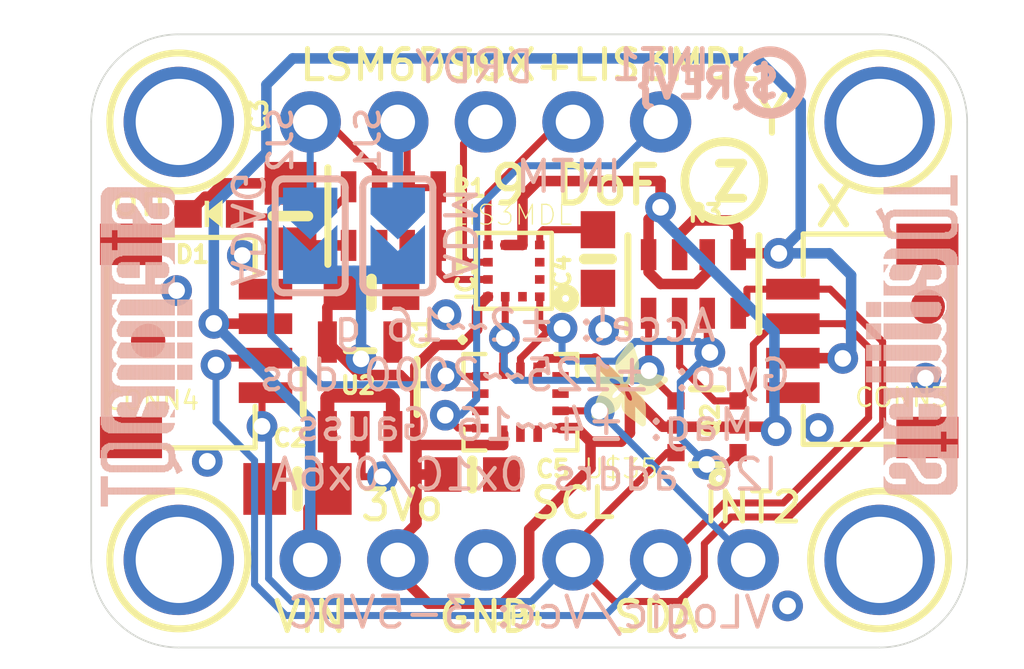
<source format=kicad_pcb>
(kicad_pcb (version 20221018) (generator pcbnew)
  (layers (0 "F.Cu" signal) (31 "B.Cu" signal) (34 "B.Paste" user) (35 "F.Paste" user) (36 "B.SilkS" user "B.Silkscreen") (37 "F.SilkS" user "F.Silkscreen") (38 "B.Mask" user) (39 "F.Mask" user) (44 "Edge.Cuts" user))
  (net 0 "")
  (net 1 "GND")
  (net 2 "3.3V")
  (net 3 "VCC")
  (net 4 "N$1")
  (net 5 "SDA_3V")
  (net 6 "SCL_3V")
  (net 7 "SCL")
  (net 8 "SDA")
  (net 9 "INTM")
  (net 10 "DRDY")
  (net 11 "CAP")
  (net 12 "INT1")
  (net 13 "ADM")
  (net 14 "ADAG")
  (net 15 "INT2")
  (footprint "Adafruit LIS3MDL + LSM6DSOX:1X06_ROUND_70" (layer "F.Cu") (at 148.5011 111.3536)
    (fp_text reference "JP4" (at -1.0287 1.9177) (layer "F.SilkS") (effects (font (size 0.489631 0.489631) (thickness 0.119969)) (justify left bottom)))
    (fp_text value "")
    (pad "1" thru_hole circle (at -6.35 0 90) (size 1.778 1.778) (drill 1) (layers "*.Cu" "*.Mask") (net 3 "VCC"))
    (pad "2" thru_hole circle (at -3.81 0 90) (size 1.778 1.778) (drill 1) (layers "*.Cu" "*.Mask") (net 2 "3.3V"))
    (pad "3" thru_hole circle (at -1.27 0 90) (size 1.778 1.778) (drill 1) (layers "*.Cu" "*.Mask") (net 1 "GND"))
    (pad "4" thru_hole circle (at 1.27 0 90) (size 1.778 1.778) (drill 1) (layers "*.Cu" "*.Mask") (net 7 "SCL"))
    (pad "5" thru_hole circle (at 3.81 0 90) (size 1.778 1.778) (drill 1) (layers "*.Cu" "*.Mask") (net 8 "SDA"))
    (pad "6" thru_hole circle (at 6.35 0 90) (size 1.778 1.778) (drill 1) (layers "*.Cu" "*.Mask") (net 15 "INT2"))
  )
  (footprint "Adafruit LIS3MDL + LSM6DSOX:0805-NO" (layer "F.Cu") (at 141.5796 101.3841 90)
    (fp_text reference "C3" (at 2.3495 -0.635 90) (layer "F.SilkS") (effects (font (size 0.489631 0.489631) (thickness 0.119969)) (justify left bottom)))
    (fp_text value "10uF")
    (pad "1" smd rect (at -0.95 0 90) (size 1.24 1.5) (layers "F.Cu" "F.Paste" "F.Mask") (net 2 "3.3V"))
    (pad "2" smd rect (at 0.95 0 90) (size 1.24 1.5) (layers "F.Cu" "F.Paste" "F.Mask") (net 1 "GND"))
  )
  (footprint "Adafruit LIS3MDL + LSM6DSOX:0603-NO" (layer "F.Cu") (at 146.8501 108.8771)
    (fp_text reference "C5" (at 1.778 0.127) (layer "F.SilkS") (effects (font (size 0.489631 0.489631) (thickness 0.119969)) (justify left bottom)))
    (fp_text value "1uF")
    (pad "1" smd rect (at -0.85 0) (size 1.075 1) (layers "F.Cu" "F.Paste" "F.Mask") (net 2 "3.3V"))
    (pad "2" smd rect (at 0.85 0) (size 1.075 1) (layers "F.Cu" "F.Paste" "F.Mask") (net 1 "GND"))
  )
  (footprint "Adafruit LIS3MDL + LSM6DSOX:LGA12_2X2MM" (layer "F.Cu") (at 148.0566 102.9716 180)
    (fp_text reference "IC1" (at 1.6845 0.4015 90) (layer "F.SilkS") (effects (font (size 0.489631 0.489631) (thickness 0.119969)) (justify right top)))
    (fp_text value "LIS3MDL" (at -1.735 1.954) (layer "F.SilkS") (effects (font (size 0.573024 0.573024) (thickness 0.036576)) (justify right top)))
    (pad "1" smd rect (at -0.75 -0.75 180) (size 0.275 0.25) (layers "F.Cu" "F.Paste" "F.Mask") (net 6 "SCL_3V"))
    (pad "2" smd rect (at -0.75 -0.25 180) (size 0.275 0.25) (layers "F.Cu" "F.Paste" "F.Mask") (net 1 "GND"))
    (pad "3" smd rect (at -0.75 0.25 180) (size 0.275 0.25) (layers "F.Cu" "F.Paste" "F.Mask") (net 1 "GND"))
    (pad "4" smd rect (at -0.75 0.75 180) (size 0.275 0.25) (layers "F.Cu" "F.Paste" "F.Mask") (net 11 "CAP"))
    (pad "5" smd rect (at -0.25 0.75 270) (size 0.275 0.25) (layers "F.Cu" "F.Paste" "F.Mask") (net 2 "3.3V"))
    (pad "6" smd rect (at 0.25 0.75 270) (size 0.275 0.25) (layers "F.Cu" "F.Paste" "F.Mask") (net 2 "3.3V"))
    (pad "7" smd rect (at 0.75 0.75) (size 0.275 0.25) (layers "F.Cu" "F.Paste" "F.Mask") (net 9 "INTM"))
    (pad "8" smd rect (at 0.75 0.25) (size 0.275 0.25) (layers "F.Cu" "F.Paste" "F.Mask") (net 10 "DRDY"))
    (pad "9" smd rect (at 0.75 -0.25) (size 0.275 0.25) (layers "F.Cu" "F.Paste" "F.Mask") (net 13 "ADM"))
    (pad "10" smd rect (at 0.75 -0.75) (size 0.275 0.25) (layers "F.Cu" "F.Paste" "F.Mask") (net 2 "3.3V"))
    (pad "11" smd rect (at 0.25 -0.75 90) (size 0.275 0.25) (layers "F.Cu" "F.Paste" "F.Mask") (net 5 "SDA_3V"))
    (pad "12" smd rect (at -0.25 -0.75 90) (size 0.275 0.25) (layers "F.Cu" "F.Paste" "F.Mask") (net 1 "GND"))
  )
  (footprint "Adafruit LIS3MDL + LSM6DSOX:0805-NO" (layer "F.Cu") (at 141.7828 109.2962 180)
    (fp_text reference "C2" (at -0.3429 1.7653) (layer "F.SilkS") (effects (font (size 0.489631 0.489631) (thickness 0.119969)) (justify right top)))
    (fp_text value "10uF")
    (pad "1" smd rect (at -0.95 0 180) (size 1.24 1.5) (layers "F.Cu" "F.Paste" "F.Mask") (net 3 "VCC"))
    (pad "2" smd rect (at 0.95 0 180) (size 1.24 1.5) (layers "F.Cu" "F.Paste" "F.Mask") (net 1 "GND"))
  )
  (footprint "Adafruit LIS3MDL + LSM6DSOX:SOT23-5" (layer "F.Cu") (at 143.5989 106.3371)
    (fp_text reference "U2" (at 0.5112 -0.3302) (layer "F.SilkS") (effects (font (size 0.489631 0.489631) (thickness 0.119969)) (justify right top)))
    (fp_text value "AP2112K-3.3")
    (pad "1" smd rect (at -0.95 1.3001) (size 0.55 1.2) (layers "F.Cu" "F.Paste" "F.Mask") (net 3 "VCC"))
    (pad "2" smd rect (at 0 1.3001) (size 0.55 1.2) (layers "F.Cu" "F.Paste" "F.Mask") (net 1 "GND"))
    (pad "3" smd rect (at 0.95 1.3001) (size 0.55 1.2) (layers "F.Cu" "F.Paste" "F.Mask") (net 3 "VCC"))
    (pad "4" smd rect (at 0.95 -1.3001) (size 0.55 1.2) (layers "F.Cu" "F.Paste" "F.Mask"))
    (pad "5" smd rect (at -0.95 -1.3001) (size 0.55 1.2) (layers "F.Cu" "F.Paste" "F.Mask") (net 2 "3.3V"))
  )
  (footprint "Adafruit LIS3MDL + LSM6DSOX:MOUNTINGHOLE_2.5_PLATED" (layer "F.Cu") (at 158.6611 111.3536)
    (fp_text reference "U$21" hide)
    (fp_text value "MOUNTINGHOLE2.5" hide)
    (pad "P$1" thru_hole circle (at 0 0) (size 3.2 3.2) (drill 2.5) (layers "*.Cu" "*.Mask"))
  )
  (footprint "Adafruit LIS3MDL + LSM6DSOX:MOUNTINGHOLE_2.5_PLATED" (layer "F.Cu") (at 138.3411 111.3536)
    (fp_text reference "U$19" hide)
    (fp_text value "MOUNTINGHOLE2.5" hide)
    (pad "P$1" thru_hole circle (at 0 0) (size 3.2 3.2) (drill 2.5) (layers "*.Cu" "*.Mask"))
  )
  (footprint "Adafruit LIS3MDL + LSM6DSOX:FIDUCIAL_1MM" (layer "F.Cu") (at 137.4521 105.0036)
    (fp_text reference "FID3" hide)
    (fp_text value "FIDUCIAL_1MM" hide)
    (pad "1" smd roundrect (at 0 0) (size 1 1) (layers "F.Cu" "F.Mask") (roundrect_rratio 0.5))
  )
  (footprint "Adafruit LIS3MDL + LSM6DSOX:ADAFRUIT_2.5MM" (layer "F.Cu") (at 150.0886 107.4801)
    (fp_text reference "U$20" hide)
    (fp_text value "" hide)
  )
  (footprint "Adafruit LIS3MDL + LSM6DSOX:MOUNTINGHOLE_2.5_PLATED" (layer "F.Cu") (at 158.6611 98.6536)
    (fp_text reference "U$17" hide)
    (fp_text value "MOUNTINGHOLE2.5" hide)
    (pad "P$1" thru_hole circle (at 0 0) (size 3.2 3.2) (drill 2.5) (layers "*.Cu" "*.Mask"))
  )
  (footprint "Adafruit LIS3MDL + LSM6DSOX:RESPACK_4X0603" (layer "F.Cu") (at 144.5641 101.3841)
    (fp_text reference "R1" (at 1.6385 -0.5205) (layer "F.SilkS") (effects (font (size 0.489631 0.489631) (thickness 0.119969)) (justify left bottom)))
    (fp_text value "10K")
    (pad "1" smd rect (at -1.3 0.85) (size 0.45 0.9) (layers "F.Cu" "F.Paste" "F.Mask") (net 2 "3.3V"))
    (pad "2" smd rect (at -0.4 0.85) (size 0.45 0.9) (layers "F.Cu" "F.Paste" "F.Mask") (net 1 "GND"))
    (pad "3" smd rect (at 0.4 0.85) (size 0.45 0.9) (layers "F.Cu" "F.Paste" "F.Mask") (net 1 "GND"))
    (pad "4" smd rect (at 1.3 0.85) (size 0.45 0.9) (layers "F.Cu" "F.Paste" "F.Mask") (net 13 "ADM"))
    (pad "5" smd rect (at 1.3 -0.85) (size 0.45 0.9) (layers "F.Cu" "F.Paste" "F.Mask") (net 13 "ADM"))
    (pad "6" smd rect (at 0.4 -0.85) (size 0.45 0.9) (layers "F.Cu" "F.Paste" "F.Mask") (net 13 "ADM"))
    (pad "7" smd rect (at -0.4 -0.85) (size 0.45 0.9) (layers "F.Cu" "F.Paste" "F.Mask") (net 14 "ADAG"))
    (pad "8" smd rect (at -1.3 -0.85) (size 0.45 0.9) (layers "F.Cu" "F.Paste" "F.Mask") (net 4 "N$1"))
  )
  (footprint "Adafruit LIS3MDL + LSM6DSOX:0603-NO" (layer "F.Cu") (at 143.9291 103.6066)
    (fp_text reference "C1" (at 1.7145 1.7145 90) (layer "F.SilkS") (effects (font (size 0.489631 0.489631) (thickness 0.119969)) (justify left bottom)))
    (fp_text value "0.1uF")
    (pad "1" smd rect (at -0.85 0) (size 1.075 1) (layers "F.Cu" "F.Paste" "F.Mask") (net 2 "3.3V"))
    (pad "2" smd rect (at 0.85 0) (size 1.075 1) (layers "F.Cu" "F.Paste" "F.Mask") (net 1 "GND"))
  )
  (footprint "Adafruit LIS3MDL + LSM6DSOX:SOT363" (layer "F.Cu") (at 153.6573 107.4928 90)
    (fp_text reference "Q2" (at -0.381 0.381 90) (layer "F.SilkS") (effects (font (size 0.489631 0.489631) (thickness 0.119969)) (justify left bottom)))
    (fp_text value "BSS138")
    (pad "1" smd rect (at -0.75 0.9 90) (size 0.5 0.5) (layers "F.Cu" "F.Paste" "F.Mask") (net 6 "SCL_3V"))
    (pad "2" smd rect (at 0 0.9 90) (size 0.4 0.5) (layers "F.Cu" "F.Paste" "F.Mask") (net 2 "3.3V"))
    (pad "3" smd rect (at 0.75 0.9 90) (size 0.5 0.5) (layers "F.Cu" "F.Paste" "F.Mask") (net 8 "SDA"))
    (pad "4" smd rect (at 0.75 -0.9 90) (size 0.5 0.5) (layers "F.Cu" "F.Paste" "F.Mask") (net 5 "SDA_3V"))
    (pad "5" smd rect (at 0 -0.9 90) (size 0.4 0.5) (layers "F.Cu" "F.Paste" "F.Mask") (net 2 "3.3V"))
    (pad "6" smd rect (at -0.75 -0.9 90) (size 0.5 0.5) (layers "F.Cu" "F.Paste" "F.Mask") (net 7 "SCL"))
  )
  (footprint "Adafruit LIS3MDL + LSM6DSOX:FIDUCIAL_1MM" (layer "F.Cu") (at 160.0581 104.013)
    (fp_text reference "FID4" hide)
    (fp_text value "FIDUCIAL_1MM" hide)
    (pad "1" smd roundrect (at 0 0) (size 1 1) (layers "F.Cu" "F.Mask") (roundrect_rratio 0.5))
  )
  (footprint "Adafruit LIS3MDL + LSM6DSOX:LGA-14L" (layer "F.Cu") (at 148.2471 106.7816)
    (fp_text reference "U$35" (at 1.81 2.2465) (layer "F.SilkS") (effects (font (size 0.549778 0.549778) (thickness 0.059822)) (justify left bottom)))
    (fp_text value "LSM6DSOX")
    (fp_text user "." (at -2.159 -1.524) (layer "F.SilkS") (effects (font (size 1.63576 1.63576) (thickness 0.14224)) (justify left bottom)))
    (pad "1" smd rect (at -1.1625 -0.75) (size 0.475 0.25) (layers "F.Cu" "F.Paste" "F.Mask") (net 14 "ADAG"))
    (pad "2" smd rect (at -1.1625 -0.25) (size 0.475 0.25) (layers "F.Cu" "F.Paste" "F.Mask"))
    (pad "3" smd rect (at -1.1625 0.25) (size 0.475 0.25) (layers "F.Cu" "F.Paste" "F.Mask"))
    (pad "4" smd rect (at -1.1625 0.75) (size 0.475 0.25) (layers "F.Cu" "F.Paste" "F.Mask") (net 12 "INT1"))
    (pad "5" smd rect (at -0.5 0.9125 90) (size 0.475 0.25) (layers "F.Cu" "F.Paste" "F.Mask") (net 2 "3.3V"))
    (pad "6" smd rect (at 0 0.9125 90) (size 0.475 0.25) (layers "F.Cu" "F.Paste" "F.Mask") (net 1 "GND"))
    (pad "7" smd rect (at 0.5 0.9125 90) (size 0.475 0.25) (layers "F.Cu" "F.Paste" "F.Mask") (net 1 "GND"))
    (pad "8" smd rect (at 1.1625 0.75 180) (size 0.475 0.25) (layers "F.Cu" "F.Paste" "F.Mask") (net 2 "3.3V"))
    (pad "9" smd rect (at 1.1625 0.25 180) (size 0.475 0.25) (layers "F.Cu" "F.Paste" "F.Mask") (net 15 "INT2"))
    (pad "10" smd rect (at 1.1625 -0.25 180) (size 0.475 0.25) (layers "F.Cu" "F.Paste" "F.Mask"))
    (pad "11" smd rect (at 1.1625 -0.75 180) (size 0.475 0.25) (layers "F.Cu" "F.Paste" "F.Mask"))
    (pad "12" smd rect (at 0.5 -0.9125 270) (size 0.475 0.25) (layers "F.Cu" "F.Paste" "F.Mask") (net 2 "3.3V"))
    (pad "13" smd rect (at 0 -0.9125 270) (size 0.475 0.25) (layers "F.Cu" "F.Paste" "F.Mask") (net 6 "SCL_3V"))
    (pad "14" smd rect (at -0.5 -0.9125 270) (size 0.475 0.25) (layers "F.Cu" "F.Paste" "F.Mask") (net 5 "SDA_3V"))
  )
  (footprint "Adafruit LIS3MDL + LSM6DSOX:0603-NO" (layer "F.Cu") (at 150.495 102.6287 -90)
    (fp_text reference "C4" (at -0.1905 1.3335 90) (layer "F.SilkS") (effects (font (size 0.489631 0.489631) (thickness 0.119969)) (justify right top)))
    (fp_text value "0.1uF")
    (pad "1" smd rect (at -0.85 0 270) (size 1.075 1) (layers "F.Cu" "F.Paste" "F.Mask") (net 11 "CAP"))
    (pad "2" smd rect (at 0.85 0 270) (size 1.075 1) (layers "F.Cu" "F.Paste" "F.Mask") (net 1 "GND"))
  )
  (footprint "Adafruit LIS3MDL + LSM6DSOX:CHIPLED_0603_NOOUTLINE" (layer "F.Cu") (at 139.3571 101.3206 90)
    (fp_text reference "D1" (at -0.889 -0.0635) (layer "F.SilkS") (effects (font (size 0.489631 0.489631) (thickness 0.119969)) (justify right top)))
    (fp_text value "GREEN")
    (pad "A" smd rect (at 0 0.75 90) (size 0.8 0.8) (layers "F.Cu" "F.Paste" "F.Mask") (net 4 "N$1"))
    (pad "C" smd rect (at 0 -0.75 90) (size 0.8 0.8) (layers "F.Cu" "F.Paste" "F.Mask") (net 1 "GND"))
  )
  (footprint "Adafruit LIS3MDL + LSM6DSOX:JST_SH4" (layer "F.Cu") (at 138.3411 105.0036 -90)
    (fp_text reference "CONN4" (at 2.0375 2.187) (layer "F.SilkS") (effects (font (size 0.534822 0.534822) (thickness 0.074778)) (justify left bottom)))
    (fp_text value "STEMMA_I2C_QT" hide)
    (pad "1" smd rect (at -1.5 -2.514) (size 1.55 0.6) (layers "F.Cu" "F.Paste" "F.Mask") (net 1 "GND"))
    (pad "2" smd rect (at -0.5 -2.514) (size 1.55 0.6) (layers "F.Cu" "F.Paste" "F.Mask") (net 3 "VCC"))
    (pad "3" smd rect (at 0.5 -2.514) (size 1.55 0.6) (layers "F.Cu" "F.Paste" "F.Mask") (net 8 "SDA"))
    (pad "4" smd rect (at 1.5 -2.514) (size 1.55 0.6) (layers "F.Cu" "F.Paste" "F.Mask") (net 7 "SCL"))
    (pad "MT1" smd rect (at -2.8 1.386) (size 1.8 1.2) (layers "F.Cu" "F.Paste" "F.Mask") (net 1 "GND"))
    (pad "MT2" smd rect (at 2.8 1.386) (size 1.8 1.2) (layers "F.Cu" "F.Paste" "F.Mask") (net 1 "GND"))
  )
  (footprint "Adafruit LIS3MDL + LSM6DSOX:JST_SH4" (layer "F.Cu") (at 158.6611 105.0036 90)
    (fp_text reference "CONN3" (at -1.328 2.06) (layer "F.SilkS") (effects (font (size 0.534822 0.534822) (thickness 0.074778)) (justify right top)))
    (fp_text value "STEMMA_I2C_QT" hide)
    (pad "1" smd rect (at -1.5 -2.514 180) (size 1.55 0.6) (layers "F.Cu" "F.Paste" "F.Mask") (net 1 "GND"))
    (pad "2" smd rect (at -0.5 -2.514 180) (size 1.55 0.6) (layers "F.Cu" "F.Paste" "F.Mask") (net 3 "VCC"))
    (pad "3" smd rect (at 0.5 -2.514 180) (size 1.55 0.6) (layers "F.Cu" "F.Paste" "F.Mask") (net 8 "SDA"))
    (pad "4" smd rect (at 1.5 -2.514 180) (size 1.55 0.6) (layers "F.Cu" "F.Paste" "F.Mask") (net 7 "SCL"))
    (pad "MT1" smd rect (at -2.8 1.386 180) (size 1.8 1.2) (layers "F.Cu" "F.Paste" "F.Mask") (net 1 "GND"))
    (pad "MT2" smd rect (at 2.8 1.386 180) (size 1.8 1.2) (layers "F.Cu" "F.Paste" "F.Mask") (net 1 "GND"))
  )
  (footprint "Adafruit LIS3MDL + LSM6DSOX:RESPACK_4X0603" (layer "F.Cu") (at 153.2636 103.3526 180)
    (fp_text reference "R3" (at -0.9015 2.337) (layer "F.SilkS") (effects (font (size 0.489631 0.489631) (thickness 0.119969)) (justify right top)))
    (fp_text value "10K")
    (pad "1" smd rect (at -1.3 0.85 180) (size 0.45 0.9) (layers "F.Cu" "F.Paste" "F.Mask") (net 3 "VCC"))
    (pad "2" smd rect (at -0.4 0.85 180) (size 0.45 0.9) (layers "F.Cu" "F.Paste" "F.Mask") (net 2 "3.3V"))
    (pad "3" smd rect (at 0.4 0.85 180) (size 0.45 0.9) (layers "F.Cu" "F.Paste" "F.Mask") (net 3 "VCC"))
    (pad "4" smd rect (at 1.3 0.85 180) (size 0.45 0.9) (layers "F.Cu" "F.Paste" "F.Mask") (net 2 "3.3V"))
    (pad "5" smd rect (at 1.3 -0.85 180) (size 0.45 0.9) (layers "F.Cu" "F.Paste" "F.Mask") (net 5 "SDA_3V"))
    (pad "6" smd rect (at 0.4 -0.85 180) (size 0.45 0.9) (layers "F.Cu" "F.Paste" "F.Mask") (net 8 "SDA"))
    (pad "7" smd rect (at -0.4 -0.85 180) (size 0.45 0.9) (layers "F.Cu" "F.Paste" "F.Mask") (net 6 "SCL_3V"))
    (pad "8" smd rect (at -1.3 -0.85 180) (size 0.45 0.9) (layers "F.Cu" "F.Paste" "F.Mask") (net 7 "SCL"))
  )
  (footprint "Adafruit LIS3MDL + LSM6DSOX:MOUNTINGHOLE_2.5_PLATED" (layer "F.Cu") (at 138.3411 98.6536)
    (fp_text reference "U$1" hide)
    (fp_text value "MOUNTINGHOLE2.5" hide)
    (pad "P$1" thru_hole circle (at 0 0) (size 3.2 3.2) (drill 2.5) (layers "*.Cu" "*.Mask"))
  )
  (footprint "Adafruit LIS3MDL + LSM6DSOX:1X05_ROUND_70" (layer "F.Cu") (at 147.2311 98.6536)
    (fp_text reference "JP1" (at -0.8382 -1.3208) (layer "F.SilkS") (effects (font (size 0.489631 0.489631) (thickness 0.119969)) (justify left bottom)))
    (fp_text value "")
    (pad "1" thru_hole circle (at -5.08 0 90) (size 1.778 1.778) (drill 1) (layers "*.Cu" "*.Mask") (net 14 "ADAG"))
    (pad "2" thru_hole circle (at -2.54 0 90) (size 1.778 1.778) (drill 1) (layers "*.Cu" "*.Mask") (net 13 "ADM"))
    (pad "3" thru_hole circle (at 0 0 90) (size 1.778 1.778) (drill 1) (layers "*.Cu" "*.Mask") (net 10 "DRDY"))
    (pad "4" thru_hole circle (at 2.54 0 90) (size 1.778 1.778) (drill 1) (layers "*.Cu" "*.Mask") (net 9 "INTM"))
    (pad "5" thru_hole circle (at 5.08 0 90) (size 1.778 1.778) (drill 1) (layers "*.Cu" "*.Mask") (net 12 "INT1"))
  )
  (footprint "Adafruit LIS3MDL + LSM6DSOX:SOLDERJUMPER_ARROW_NOPASTE" (layer "B.Cu") (at 144.6911 101.9556 -90)
    (fp_text reference "SJ1" (at -1.778 1.27 -270) (layer "B.SilkS") (effects (font (size 0.692831 0.692831) (thickness 0.119969)) (justify right top mirror)))
    (fp_text value "")
    (fp_poly (pts (xy 0.106121 -0.002663) (xy -0.679416 -0.7882) (xy -1.3946 -0.7882) (xy -1.3946 0.7882) (xy -0.62715 0.7882)) (fill solid) (layer "B.Cu"))
    (fp_poly (pts (xy 1.3946 -0.7882) (xy -0.315893 -0.7882) (xy 0.443148 0) (xy -0.315893 0.7882) (xy 1.3946 0.7882)) (fill solid) (layer "B.Cu"))
    (pad "1" smd roundrect (at -1.016 0 270) (size 0.762 1.524) (layers "B.Cu") (net 13 "ADM"))
    (pad "2" smd roundrect (at 1.016 0 270) (size 0.762 1.524) (layers "B.Cu") (net 2 "3.3V"))
  )
  (footprint "Adafruit LIS3MDL + LSM6DSOX:STEMMAQT" (layer "B.Cu") (at 138.7221 100.5586 -90)
    (fp_text reference "U$31" hide)
    (fp_text value "" hide)
  )
  (footprint "Adafruit LIS3MDL + LSM6DSOX:STEMMAQT" (layer "B.Cu") (at 158.2801 109.4486 90)
    (fp_text reference "U$30" hide)
    (fp_text value "" hide)
  )
  (footprint "Adafruit LIS3MDL + LSM6DSOX:SOLDERJUMPER_ARROW_NOPASTE" (layer "B.Cu") (at 142.1511 101.9556 -90)
    (fp_text reference "SJ2" (at -1.778 1.27 -270) (layer "B.SilkS") (effects (font (size 0.692831 0.692831) (thickness 0.119969)) (justify right top mirror)))
    (fp_text value "")
    (fp_poly (pts (xy 0.106121 -0.002663) (xy -0.679416 -0.7882) (xy -1.3946 -0.7882) (xy -1.3946 0.7882) (xy -0.62715 0.7882)) (fill solid) (layer "B.Cu"))
    (fp_poly (pts (xy 1.3946 -0.7882) (xy -0.315893 -0.7882) (xy 0.443148 0) (xy -0.315893 0.7882) (xy 1.3946 0.7882)) (fill solid) (layer "B.Cu"))
    (pad "1" smd roundrect (at -1.016 0 270) (size 0.762 1.524) (layers "B.Cu") (net 14 "ADAG"))
    (pad "2" smd roundrect (at 1.016 0 270) (size 0.762 1.524) (layers "B.Cu") (net 2 "3.3V"))
  )
  (footprint "Adafruit LIS3MDL + LSM6DSOX:PCBFEAT-REV-040" (layer "B.Cu") (at 155.4861 97.5106 180)
    (fp_text reference "U$25" hide)
    (fp_text value "" hide)
    (fp_text user "${REV}" (at -0.3556 -0.508) (layer "B.SilkS") (effects (font (size 0.8128 0.8128) (thickness 0.2032)) (justify left bottom mirror)))
  )
  (gr_arc (start 153.0136 100.3691) (mid 153.348377 99.560877) (end 154.1566 99.2261) (stroke (width 0.254)) (layer "F.SilkS"))
  (gr_arc (start 154.1566 99.2261) (mid 154.970688 99.555014) (end 155.2996 100.369102) (stroke (width 0.254)) (layer "F.SilkS"))
  (gr_arc (start 155.2996 100.3691) (mid 154.964823 101.177323) (end 154.1566 101.5121) (stroke (width 0.254)) (layer "F.SilkS"))
  (gr_arc (start 154.1566 101.5121) (mid 153.348377 101.177323) (end 153.0136 100.3691) (stroke (width 0.254)) (layer "F.SilkS"))
  (gr_arc (start 161.2011 111.3536) (mid 160.457151 113.149651) (end 158.6611 113.8936) (stroke (width 0.05)) (layer "Edge.Cuts"))
  (gr_line (start 138.3411 113.8936) (end 158.6611 113.8936) (stroke (width 0.05)) (layer "Edge.Cuts"))
  (gr_line (start 135.8011 98.6536) (end 135.8011 111.3536) (stroke (width 0.05)) (layer "Edge.Cuts"))
  (gr_line (start 158.6611 96.1136) (end 138.3411 96.1136) (stroke (width 0.05)) (layer "Edge.Cuts"))
  (gr_arc (start 135.8011 98.6536) (mid 136.545049 96.857549) (end 138.3411 96.1136) (stroke (width 0.05)) (layer "Edge.Cuts"))
  (gr_line (start 161.2011 111.3536) (end 161.2011 98.6536) (stroke (width 0.05)) (layer "Edge.Cuts"))
  (gr_arc (start 138.3411 113.8936) (mid 136.545049 113.149651) (end 135.8011 111.3536) (stroke (width 0.05)) (layer "Edge.Cuts"))
  (gr_arc (start 158.6611 96.1136) (mid 160.457151 96.857549) (end 161.2011 98.6536) (stroke (width 0.05)) (layer "Edge.Cuts"))
  (gr_text "INTM" (at 149.6441 100.2411) (layer "B.SilkS") (effects (font (size 0.89408 0.89408) (thickness 0.12192)) (justify mirror)))
  (gr_text "VLogic/Vcc: 3-5VDC" (at 148.5011 112.8776) (layer "B.SilkS") (effects (font (size 0.89408 0.89408) (thickness 0.12192)) (justify mirror)))
  (gr_text "DRDY" (at 146.9136 97.0661) (layer "B.SilkS") (effects (font (size 0.89408 0.89408) (thickness 0.12192)) (justify mirror)))
  (gr_text "ADAG" (at 140.3096 101.7651 -90) (layer "B.SilkS") (effects (font (size 0.89408 0.89408) (thickness 0.12192)) (justify mirror)))
  (gr_text "ADM" (at 146.4691 101.8921 -90) (layer "B.SilkS") (effects (font (size 0.89408 0.89408) (thickness 0.12192)) (justify mirror)))
  (gr_text "Accel: ±2~~16 g\nGyro: ±125~~2000 dps\nMag: ±4~~16 Gauss\nI2C addrs 0x1C/0x6A" (at 148.3741 106.7181) (layer "B.SilkS") (effects (font (size 0.89408 0.89408) (thickness 0.12192)) (justify mirror)))
  (gr_text "INT1" (at 152.3111 97.0026) (layer "B.SilkS") (effects (font (size 0.87376 0.87376) (thickness 0.14224)) (justify mirror)))
  (gr_text "SDA" (at 152.1841 113.0046) (layer "F.SilkS") (effects (font (size 0.87376 0.87376) (thickness 0.14224))))
  (gr_text "GND" (at 147.2311 113.0046) (layer "F.SilkS") (effects (font (size 0.87376 0.87376) (thickness 0.14224))))
  (gr_text "Y" (at 156.1251 97.8291) (layer "F.SilkS") (effects (font (size 1.0922 1.0922) (thickness 0.1778)) (justify right top)))
  (gr_text "INT2" (at 154.9781 109.8296) (layer "F.SilkS") (effects (font (size 0.87376 0.87376) (thickness 0.14224))))
  (gr_text "LSM6DSOX+LIS3MDL" (at 148.5011 97.0026) (layer "F.SilkS") (effects (font (size 0.87376 0.87376) (thickness 0.14224))))
  (gr_text "Z" (at 153.7041 101.0021) (layer "F.SilkS") (effects (font (size 1.016 1.016) (thickness 0.254)) (justify left bottom)))
  (gr_text "9 DoF" (at 149.8346 100.4951) (layer "F.SilkS") (effects (font (size 1.0922 1.0922) (thickness 0.1778))))
  (gr_text "3Vo" (at 144.8181 109.7661) (layer "F.SilkS") (effects (font (size 0.87376 0.87376) (thickness 0.14224))))
  (gr_text "SCL" (at 149.7711 109.7026) (layer "F.SilkS") (effects (font (size 0.87376 0.87376) (thickness 0.14224))))
  (gr_text "X" (at 156.6886 101.7641) (layer "F.SilkS") (effects (font (size 1.0922 1.0922) (thickness 0.1778)) (justify left bottom)))
  (gr_text "on" (at 136.3091 101.4476) (layer "F.SilkS") (effects (font (size 0.89408 0.89408) (thickness 0.12192)) (justify left bottom)))
  (gr_text "VIN" (at 142.1511 113.0046) (layer "F.SilkS") (effects (font (size 0.87376 0.87376) (thickness 0.14224))))
  (segment (start 144.9641 102.2341) (end 144.9641 103.6066) (width 0.2032) (layer "F.Cu") (net 1))
  (segment (start 143.6576 108.9406) (end 144.2466 108.9406) (width 0.2032) (layer "F.Cu") (net 1))
  (segment (start 144.9641 103.6066) (end 144.7791 103.6066) (width 0.2032) (layer "F.Cu") (net 1))
  (segment (start 143.6576 108.2414) (end 143.6576 108.9406) (width 0.2032) (layer "F.Cu") (net 1))
  (segment (start 138.6071 101.3206) (end 139.1057 100.822) (width 0.3048) (layer "F.Cu") (net 1))
  (segment (start 143.5989 108.2414) (end 143.6576 108.2414) (width 0.2032) (layer "F.Cu") (net 1))
  (segment (start 139.1057 100.822) (end 139.239281 100.822) (width 0.3048) (layer "F.Cu") (net 1))
  (segment (start 139.239281 100.822) (end 139.627181 100.4341) (width 0.3048) (layer "F.Cu") (net 1))
  (segment (start 139.627181 100.4341) (end 141.5796 100.4341) (width 0.3048) (layer "F.Cu") (net 1))
  (segment (start 143.5989 107.6372) (end 143.5989 108.2414) (width 0.2032) (layer "F.Cu") (net 1))
  (via (at 146.0881 104.2416) (size 0.889) (drill 0.4826) (layers "F.Cu" "B.Cu") (net 1))
  (via (at 138.2776 103.5431) (size 0.889) (drill 0.4826) (layers "F.Cu" "B.Cu") (net 1))
  (via (at 140.1826 102.5271) (size 0.889) (drill 0.4826) (layers "F.Cu" "B.Cu") (net 1))
  (via (at 156.8831 107.5436) (size 0.889) (drill 0.4826) (layers "F.Cu" "B.Cu") (net 1))
  (via (at 159.9946 106.0831) (size 0.889) (drill 0.4826) (layers "F.Cu" "B.Cu") (net 1))
  (via (at 150.6601 104.6861) (size 0.889) (drill 0.4826) (layers "F.Cu" "B.Cu") (net 1))
  (via (at 139.1666 108.4961) (size 0.889) (drill 0.4826) (layers "F.Cu" "B.Cu") (net 1))
  (via (at 155.9941 112.6871) (size 0.889) (drill 0.4826) (layers "F.Cu" "B.Cu") (net 1))
  (via (at 144.2466 108.9406) (size 0.889) (drill 0.4826) (layers "F.Cu" "B.Cu") (net 1))
  (segment (start 145.1991 110.3376) (end 144.6911 110.8456) (width 0.3048) (layer "F.Cu") (net 2))
  (segment (start 151.626512 106.732013) (end 151.626512 106.7435) (width 0.3048) (layer "F.Cu") (net 2))
  (segment (start 149.020681 105.5116) (end 150.4061 105.5116) (width 0.254) (layer "F.Cu") (net 2))
  (segment (start 151.9636 101.4776) (end 151.9636 102.5026) (width 0.3048) (layer "F.Cu") (net 2))
  (segment (start 142.6489 104.0368) (end 143.0791 103.6066) (width 0.3048) (layer "F.Cu") (net 2))
  (segment (start 150.2791 107.9246) (end 150.2791 108.6866) (width 0.3048) (layer "F.Cu") (net 2))
  (segment (start 145.234 110.3027) (end 145.234 108.8136) (width 0.3048) (layer "F.Cu") (net 2))
  (segment (start 151.626512 106.7435) (end 152.375812 107.4928) (width 0.3048) (layer "F.Cu") (net 2))
  (segment (start 144.6911 110.8456) (end 144.6911 111.3536) (width 0.3048) (layer "F.Cu") (net 2))
  (segment (start 147.3066 103.7216) (end 146.9891 104.0391) (width 0.3048) (layer "F.Cu") (net 2))
  (segment (start 153.6636 103.0161) (end 153.6636 102.5026) (width 0.3048) (layer "F.Cu") (net 2))
  (segment (start 142.6489 105.037) (end 142.6489 104.0368) (width 0.3048) (layer "F.Cu") (net 2))
  (segment (start 151.9636 103.0051) (end 152.3111 103.3526) (width 0.3048) (layer "F.Cu") (net 2))
  (segment (start 145.234 108.0215) (end 147.7471 108.0215) (width 0.3048) (layer "F.Cu") (net 2))
  (segment (start 146.0001 108.8771) (end 145.2975 108.8771) (width 0.3048) (layer "F.Cu") (net 2))
  (segment (start 153.3271 103.3526) (end 153.6636 103.0161) (width 0.3048) (layer "F.Cu") (net 2))
  (segment (start 151.1681 107.9246) (end 150.2791 107.9246) (width 0.3048) (layer "F.Cu") (net 2))
  (segment (start 150.4061 105.5116) (end 151.4221 106.5276) (width 0.3048) (layer "F.Cu") (net 2))
  (segment (start 147.721231 112.6236) (end 145.5801 112.6236) (width 0.3048) (layer "F.Cu") (net 2))
  (segment (start 152.3111 103.3526) (end 153.3271 103.3526) (width 0.3048) (layer "F.Cu") (net 2))
  (segment (start 151.4221 107.6706) (end 151.4221 106.5276) (width 0.3048) (layer "F.Cu") (net 2))
  (segment (start 145.1991 106.4371) (end 145.1991 110.3376) (width 0.3048) (layer "F.Cu") (net 2))
  (segment (start 146.9891 104.0391) (end 146.9891 104.6741) (width 0.3048) (layer "F.Cu") (net 2))
  (segment (start 147.7471 107.6941) (end 147.7471 108.0215) (width 0.3048) (layer "F.Cu") (net 2))
  (segment (start 148.3066 102.2216) (end 148.3066 100.8166) (width 0.3048) (layer "F.Cu") (net 2))
  (segment (start 143.6262 105.5243) (end 143.6262 105.9709) (width 0.3048) (layer "F.Cu") (net 2))
  (segment (start 142.6489 105.037) (end 143.6045 105.9926) (width 0.3048) (layer "F.Cu") (net 2))
  (segment (start 148.7551 100.3681) (end 148.3066 100.8166) (width 0.3048) (layer "F.Cu") (net 2))
  (segment (start 148.5011 111.843732) (end 147.721231 112.6236) (width 0.3048) (layer "F.Cu") (net 2))
  (segment (start 149.8861 107.5316) (end 150.2791 107.9246) (width 0.3048) (layer "F.Cu") (net 2))
  (segment (start 148.7471 105.8691) (end 148.7471 105.785182) (width 0.254) (layer "F.Cu") (net 2))
  (segment (start 143.6262 105.9709) (end 143.6045 105.9926) (width 0.3048) (layer "F.Cu") (net 2))
  (segment (start 144.6911 111.7346) (end 144.6911 111.3536) (width 0.3048) (layer "F.Cu") (net 2))
  (segment (start 154.5573 107.4928) (end 155.5496 107.4928) (width 0.3048) (layer "F.Cu") (net 2))
  (segment (start 152.3111 100.3681) (end 148.7551 100.3681) (width 0.3048) (layer "F.Cu") (net 2))
  (segment (start 142.7226 102.2341) (end 142.7226 103.2501) (width 0.3048) (layer "F.Cu") (net 2))
  (segment (start 144.7546 105.9926) (end 145.1991 106.4371) (width 0.3048) (layer "F.Cu") (net 2))
  (segment (start 150.2791 108.6866) (end 148.5011 110.4646) (width 0.3048) (layer "F.Cu") (net 2))
  (segment (start 143.2641 102.2341) (end 142.7226 102.2341) (width 0.3048) (layer "F.Cu") (net 2))
  (segment (start 145.1991 110.3376) (end 145.234 110.3027) (width 0.3048) (layer "F.Cu") (net 2))
  (segment (start 148.7471 105.785182) (end 149.020681 105.5116) (width 0.254) (layer "F.Cu") (net 2))
  (segment (start 142.7226 102.2341) (end 141.4796 102.2341) (width 0.3048) (layer "F.Cu") (net 2))
  (segment (start 142.7226 103.2501) (end 143.0791 103.6066) (width 0.3048) (layer "F.Cu") (net 2))
  (segment (start 151.4221 106.5276) (end 151.626512 106.732013) (width 0.3048) (layer "F.Cu") (net 2))
  (segment (start 152.3111 101.1301) (end 151.9636 101.4776) (width 0.3048) (layer "F.Cu") (net 2))
  (segment (start 145.1991 105.7529) (end 145.1991 106.4371) (width 0.3048) (layer "F.Cu") (net 2))
  (segment (start 151.1681 107.9246) (end 151.4221 107.6706) (width 0.3048) (layer "F.Cu") (net 2))
  (segment (start 152.7573 107.4928) (end 152.375812 107.4928) (width 0.3048) (layer "F.Cu") (net 2))
  (segment (start 141.5796 102.3341) (end 141.4796 102.2341) (width 0.3048) (layer "F.Cu") (net 2))
  (segment (start 145.5801 112.6236) (end 144.6911 111.7346) (width 0.3048) (layer "F.Cu") (net 2))
  (segment (start 155.5496 107.4928) (end 155.6639 107.6071) (width 0.3048) (layer "F.Cu") (net 2))
  (segment (start 145.234 108.8136) (end 145.234 108.0215) (width 0.3048) (layer "F.Cu") (net 2))
  (segment (start 148.3066 102.2216) (end 147.8066 102.2216) (width 0.3048) (layer "F.Cu") (net 2))
  (segment (start 145.2975 108.8771) (end 145.234 108.8136) (width 0.3048) (layer "F.Cu") (net 2))
  (segment (start 149.4096 107.5316) (end 149.8861 107.5316) (width 0.3048) (layer "F.Cu") (net 2))
  (segment (start 151.9636 102.5026) (end 151.9636 103.0051) (width 0.3048) (layer "F.Cu") (net 2))
  (segment (start 152.7573 107.4928) (end 154.5573 107.4928) (width 0.3048) (layer "F.Cu") (net 2))
  (segment (start 143.6045 105.9926) (end 144.7546 105.9926) (width 0.3048) (layer "F.Cu") (net 2))
  (segment (start 148.5011 110.4646) (end 148.5011 111.843732) (width 0.3048) (layer "F.Cu") (net 2))
  (segment (start 152.3111 101.1301) (end 152.3111 100.3681) (width 0.3048) (layer "F.Cu") (net 2))
  (segment (start 146.5446 105.1186) (end 145.8334 105.1186) (width 0.3048) (layer "F.Cu") (net 2))
  (segment (start 145.8334 105.1186) (end 145.1991 105.7529) (width 0.3048) (layer "F.Cu") (net 2))
  (segment (start 146.9891 104.6741) (end 146.5446 105.1186) (width 0.3048) (layer "F.Cu") (net 2))
  (via (at 143.6262 105.5243) (size 0.889) (drill 0.4826) (layers "F.Cu" "B.Cu") (net 2))
  (via (at 152.3111 101.1301) (size 0.889) (drill 0.4826) (layers "F.Cu" "B.Cu") (net 2))
  (via (at 155.6639 107.6071) (size 0.889) (drill 0.4826) (layers "F.Cu" "B.Cu") (net 2))
  (segment (start 143.4211 102.9716) (end 143.6262 103.1767) (width 0.3048) (layer "B.Cu") (net 2))
  (segment (start 155.6131 107.5563) (end 155.6131 104.7496) (width 0.3048) (layer "B.Cu") (net 2))
  (segment (start 155.6131 104.7496) (end 152.3111 101.4476) (width 0.3048) (layer "B.Cu") (net 2))
  (segment (start 152.3111 101.4476) (end 152.3111 101.1301) (width 0.3048) (layer "B.Cu") (net 2))
  (segment (start 143.4211 102.9716) (end 144.6911 102.9716) (width 0.3048) (layer "B.Cu") (net 2))
  (segment (start 142.1511 102.9716) (end 143.4211 102.9716) (width 0.3048) (layer "B.Cu") (net 2))
  (segment (start 143.6262 103.1767) (end 143.6262 105.5243) (width 0.3048) (layer "B.Cu") (net 2))
  (segment (start 155.6639 107.6071) (end 155.6131 107.5563) (width 0.3048) (layer "B.Cu") (net 2))
  (segment (start 154.5636 102.5026) (end 154.6026 102.4636) (width 0.3048) (layer "F.Cu") (net 3))
  (segment (start 144.5489 107.6372) (end 144.5489 106.7029) (width 0.4064) (layer "F.Cu") (net 3))
  (segment (start 144.4371 106.5911) (end 142.7226 106.5911) (width 0.4064) (layer "F.Cu") (net 3))
  (segment (start 142.7226 106.5911) (end 142.6489 106.6648) (width 0.4064) (layer "F.Cu") (net 3))
  (segment (start 142.1511 109.8779) (end 142.7328 109.2962) (width 0.4064) (layer "F.Cu") (net 3))
  (segment (start 156.1471 105.5036) (end 157.5863 105.5036) (width 0.3048) (layer "F.Cu") (net 3))
  (segment (start 139.3651 104.5036) (end 139.3571 104.4956) (width 0.3048) (layer "F.Cu") (net 3))
  (segment (start 153.2636 101.5111) (end 154.3431 101.5111) (width 0.3048) (layer "F.Cu") (net 3))
  (segment (start 142.7328 107.7211) (end 142.7328 109.2962) (width 0.4064) (layer "F.Cu") (net 3))
  (segment (start 157.5863 105.5036) (end 157.5943 105.5116) (width 0.3048) (layer "F.Cu") (net 3))
  (segment (start 152.8636 101.911104) (end 152.8636 102.5026) (width 0.3048) (layer "F.Cu") (net 3))
  (segment (start 144.5489 106.7029) (end 144.4371 106.5911) (width 0.4064) (layer "F.Cu") (net 3))
  (segment (start 153.2636 101.5111) (end 152.8636 101.911104) (width 0.3048) (layer "F.Cu") (net 3))
  (segment (start 142.6489 106.6648) (end 142.6489 107.6372) (width 0.4064) (layer "F.Cu") (net 3))
  (segment (start 154.3431 101.5111) (end 154.5636 101.7316) (width 0.3048) (layer "F.Cu") (net 3))
  (segment (start 140.8551 104.5036) (end 139.3651 104.5036) (width 0.3048) (layer "F.Cu") (net 3))
  (segment (start 154.6026 102.4636) (end 155.7401 102.4636) (width 0.3048) (layer "F.Cu") (net 3))
  (segment (start 142.6489 107.6372) (end 142.7328 107.7211) (width 0.4064) (layer "F.Cu") (net 3))
  (segment (start 154.5636 101.7316) (end 154.5636 102.5026) (width 0.3048) (layer "F.Cu") (net 3))
  (segment (start 142.1511 111.3536) (end 142.1511 109.8779) (width 0.4064) (layer "F.Cu") (net 3))
  (via (at 157.5943 105.5116) (size 0.889) (drill 0.4826) (layers "F.Cu" "B.Cu") (net 3))
  (via (at 155.7401 102.4636) (size 0.889) (drill 0.4826) (layers "F.Cu" "B.Cu") (net 3))
  (via (at 139.3571 104.4956) (size 0.889) (drill 0.4826) (layers "F.Cu" "B.Cu") (net 3))
  (segment (start 155.7401 102.4636) (end 157.2006 102.4636) (width 0.3048) (layer "B.Cu") (net 3))
  (segment (start 157.2006 102.4636) (end 157.8356 103.0986) (width 0.3048) (layer "B.Cu") (net 3))
  (segment (start 139.3571 104.4956) (end 139.3571 101.0666) (width 0.3048) (layer "B.Cu") (net 3))
  (segment (start 155.1051 96.8121) (end 156.3751 98.0821) (width 0.3048) (layer "B.Cu") (net 3))
  (segment (start 140.8811 99.5426) (end 140.8811 97.5741) (width 0.3048) (layer "B.Cu") (net 3))
  (segment (start 156.3751 98.0821) (end 156.3751 101.8286) (width 0.3048) (layer "B.Cu") (net 3))
  (segment (start 142.1511 107.2896) (end 142.1511 111.3536) (width 0.3048) (layer "B.Cu") (net 3))
  (segment (start 157.8356 105.5116) (end 157.8356 103.0986) (width 0.3048) (layer "B.Cu") (net 3))
  (segment (start 140.8811 97.5741) (end 141.6431 96.8121) (width 0.3048) (layer "B.Cu") (net 3))
  (segment (start 157.5943 105.5116) (end 157.8356 105.5116) (width 0.3048) (layer "B.Cu") (net 3))
  (segment (start 156.3751 101.8286) (end 155.7401 102.4636) (width 0.3048) (layer "B.Cu") (net 3))
  (segment (start 140.8811 99.5426) (end 139.3571 101.0666) (width 0.3048) (layer "B.Cu") (net 3))
  (segment (start 139.3571 104.4956) (end 142.1511 107.2896) (width 0.3048) (layer "B.Cu") (net 3))
  (segment (start 141.6431 96.8121) (end 155.1051 96.8121) (width 0.3048) (layer "B.Cu") (net 3))
  (segment (start 143.2641 100.7246) (end 143.2641 100.5341) (width 0.2032) (layer "F.Cu") (net 4))
  (segment (start 142.5794 101.4093) (end 140.1958 101.4093) (width 0.2032) (layer "F.Cu") (net 4))
  (segment (start 140.1071 101.3206) (end 140.1958 101.4093) (width 0.2032) (layer "F.Cu") (net 4))
  (segment (start 143.2641 100.7246) (end 142.5794 101.4093) (width 0.2032) (layer "F.Cu") (net 4))
  (segment (start 151.976106 105.8672) (end 151.9636 105.854694) (width 0.2032) (layer "F.Cu") (net 5))
  (segment (start 147.8066 103.7216) (end 147.8066 105.3171) (width 0.2032) (layer "F.Cu") (net 5))
  (segment (start 152.7573 106.7428) (end 151.976106 105.961607) (width 0.2032) (layer "F.Cu") (net 5))
  (segment (start 148.1201 105.0036) (end 148.034762 104.918263) (width 0.2032) (layer "F.Cu") (net 5))
  (segment (start 148.034762 104.918263) (end 147.780762 104.918263) (width 0.2032) (layer "F.Cu") (net 5))
  (segment (start 147.8066 105.3171) (end 147.7391 105.3846) (width 0.2032) (layer "F.Cu") (net 5))
  (segment (start 147.7391 105.3846) (end 147.7391 105.8611) (width 0.2032) (layer "F.Cu") (net 5))
  (segment (start 148.1201 105.0036) (end 147.8066 105.3171) (width 0.2032) (layer "F.Cu") (net 5))
  (segment (start 151.9636 104.2026) (end 151.9636 105.854694) (width 0.2032) (layer "F.Cu") (net 5))
  (segment (start 147.7391 105.8611) (end 147.7471 105.8691) (width 0.2032) (layer "F.Cu") (net 5))
  (segment (start 151.976106 105.8672) (end 151.976106 105.961607) (width 0.2032) (layer "F.Cu") (net 5))
  (via (at 147.780762 104.918263) (size 0.889) (drill 0.4826) (layers "F.Cu" "B.Cu") (net 5))
  (via (at 151.976106 105.8672) (size 0.889) (drill 0.4826) (layers "F.Cu" "B.Cu") (net 5))
  (segment (start 147.780762 105.807263) (end 148.1201 106.1466) (width 0.2032) (layer "B.Cu") (net 5))
  (segment (start 148.1201 106.1466) (end 151.976106 106.1466) (width 0.2032) (layer "B.Cu") (net 5))
  (segment (start 151.976106 106.1466) (end 151.976106 105.8672) (width 0.2032) (layer "B.Cu") (net 5))
  (segment (start 147.780762 104.918263) (end 147.780762 105.807263) (width 0.2032) (layer "B.Cu") (net 5))
  (segment (start 154.2151 108.585) (end 153.655 108.585) (width 0.2032) (layer "F.Cu") (net 6))
  (segment (start 149.3513 104.7376) (end 149.0211 104.7376) (width 0.2032) (layer "F.Cu") (net 6))
  (segment (start 154.5573 108.2428) (end 154.2151 108.585) (width 0.2032) (layer "F.Cu") (net 6))
  (segment (start 153.7399 105.3371) (end 153.6636 105.2608) (width 0.2032) (layer "F.Cu") (net 6))
  (segment (start 148.2471 105.5116) (end 148.2471 105.8691) (width 0.2032) (layer "F.Cu") (net 6))
  (segment (start 148.8066 103.7216) (end 148.8066 104.5231) (width 0.2032) (layer "F.Cu") (net 6))
  (segment (start 149.3513 104.7376) (end 149.4536 104.6353) (width 0.2032) (layer "F.Cu") (net 6))
  (segment (start 148.8066 104.5231) (end 149.0211 104.7376) (width 0.2032) (layer "F.Cu") (net 6))
  (segment (start 149.0211 104.7376) (end 148.2471 105.5116) (width 0.2032) (layer "F.Cu") (net 6))
  (segment (start 153.6636 104.2026) (end 153.6636 105.2608) (width 0.2032) (layer "F.Cu") (net 6))
  (via (at 153.7399 105.3371) (size 0.889) (drill 0.4826) (layers "F.Cu" "B.Cu") (net 6))
  (via (at 153.655 108.585) (size 0.889) (drill 0.4826) (layers "F.Cu" "B.Cu") (net 6))
  (via (at 149.4536 104.6353) (size 0.889) (drill 0.4826) (layers "F.Cu" "B.Cu") (net 6))
  (segment (start 149.6474 105.5911) (end 149.4536 105.3973) (width 0.2032) (layer "B.Cu") (net 6))
  (segment (start 149.4536 105.3973) (end 149.4536 104.6353) (width 0.2032) (layer "B.Cu") (net 6))
  (segment (start 151.5809 105.0196) (end 151.0094 105.5911) (width 0.2032) (layer "B.Cu") (net 6))
  (segment (start 153.655 108.585) (end 152.8826 107.8126) (width 0.2032) (layer "B.Cu") (net 6))
  (segment (start 153.7399 105.3371) (end 153.4224 105.0196) (width 0.2032) (layer "B.Cu") (net 6))
  (segment (start 152.8826 107.8126) (end 152.8826 106.1944) (width 0.2032) (layer "B.Cu") (net 6))
  (segment (start 153.4224 105.0196) (end 151.5809 105.0196) (width 0.2032) (layer "B.Cu") (net 6))
  (segment (start 152.8826 106.1944) (end 153.7399 105.3371) (width 0.2032) (layer "B.Cu") (net 6))
  (segment (start 151.0094 105.5911) (end 149.6474 105.5911) (width 0.2032) (layer "B.Cu") (net 6))
  (segment (start 158.75 105.025763) (end 158.75 107.394438) (width 0.2032) (layer "F.Cu") (net 7))
  (segment (start 140.7541 106.6046) (end 140.7541 107.4801) (width 0.2032) (layer "F.Cu") (net 7))
  (segment (start 154.35225 110.109) (end 153.5811 110.88015) (width 0.2032) (layer "F.Cu") (net 7))
  (segment (start 153.5811 110.88015) (end 153.5811 111.82705) (width 0.2032) (layer "F.Cu") (net 7))
  (segment (start 154.5636 104.2026) (end 154.8136 104.2026) (width 0.2032) (layer "F.Cu") (net 7))
  (segment (start 140.8551 106.5036) (end 140.7541 106.6046) (width 0.2032) (layer "F.Cu") (net 7))
  (segment (start 156.1471 103.5036) (end 157.227837 103.5036) (width 0.2032) (layer "F.Cu") (net 7))
  (segment (start 156.035437 110.109) (end 154.35225 110.109) (width 0.2032) (layer "F.Cu") (net 7))
  (segment (start 149.7711 111.3536) (end 149.7711 110.9726) (width 0.2032) (layer "F.Cu") (net 7))
  (segment (start 157.227837 103.5036) (end 158.75 105.025763) (width 0.2032) (layer "F.Cu") (net 7))
  (segment (start 153.5811 111.82705) (end 152.84805 112.5601) (width 0.2032) (layer "F.Cu") (net 7))
  (segment (start 152.5009 108.2428) (end 149.7711 110.9726) (width 0.2032) (layer "F.Cu") (net 7))
  (segment (start 152.84805 112.5601) (end 150.9776 112.5601) (width 0.2032) (layer "F.Cu") (net 7))
  (segment (start 158.75 107.394438) (end 156.035437 110.109) (width 0.2032) (layer "F.Cu") (net 7))
  (segment (start 154.8136 103.5036) (end 154.8136 104.2026) (width 0.2032) (layer "F.Cu") (net 7))
  (segment (start 150.9776 112.5601) (end 149.7711 111.3536) (width 0.2032) (layer "F.Cu") (net 7))
  (segment (start 152.7573 108.2428) (end 152.5009 108.2428) (width 0.2032) (layer "F.Cu") (net 7))
  (segment (start 154.8136 103.5036) (end 156.1471 103.5036) (width 0.2032) (layer "F.Cu") (net 7))
  (via (at 140.7541 107.4801) (size 0.889) (drill 0.4826) (layers "F.Cu" "B.Cu") (net 7))
  (segment (start 140.7541 107.4801) (end 140.9446 107.6706) (width 0.2032) (layer "B.Cu") (net 7))
  (segment (start 140.9446 107.6706) (end 140.9446 111.89055) (width 0.2032) (layer "B.Cu") (net 7))
  (segment (start 148.5646 112.5601) (end 149.7711 111.3536) (width 0.2032) (layer "B.Cu") (net 7))
  (segment (start 140.9446 111.89055) (end 141.61415 112.5601) (width 0.2032) (layer "B.Cu") (net 7))
  (segment (start 141.61415 112.5601) (end 148.5646 112.5601) (width 0.2032) (layer "B.Cu") (net 7))
  (segment (start 155.8671 109.7026) (end 158.3436 107.2261) (width 0.2032) (layer "F.Cu") (net 8))
  (segment (start 152.8636 104.2026) (end 152.8636 105.72755) (width 0.2032) (layer "F.Cu") (net 8))
  (segment (start 156.1471 104.5036) (end 155.6051 104.5036) (width 0.2032) (layer "F.Cu") (net 8))
  (segment (start 158.3436 107.2261) (end 158.3436 105.1941) (width 0.2032) (layer "F.Cu") (net 8))
  (segment (start 155.0018 106.2983) (end 154.5573 106.7428) (width 0.2032) (layer "F.Cu") (net 8))
  (segment (start 154.1526 109.7026) (end 155.8671 109.7026) (width 0.2032) (layer "F.Cu") (net 8))
  (segment (start 152.8636 105.72755) (end 153.87885 106.7428) (width 0.2032) (layer "F.Cu") (net 8))
  (segment (start 152.3111 111.3536) (end 152.5016 111.3536) (width 0.2032) (layer "F.Cu") (net 8))
  (segment (start 139.6191 105.5036) (end 139.4206 105.7021) (width 0.2032) (layer "F.Cu") (net 8))
  (segment (start 154.1526 109.7026) (end 152.5016 111.3536) (width 0.2032) (layer "F.Cu") (net 8))
  (segment (start 155.0018 105.1069) (end 155.0018 106.2983) (width 0.2032) (layer "F.Cu") (net 8))
  (segment (start 158.3436 105.1941) (end 157.6531 104.5036) (width 0.2032) (layer "F.Cu") (net 8))
  (segment (start 157.6531 104.5036) (end 156.1471 104.5036) (width 0.2032) (layer "F.Cu") (net 8))
  (segment (start 155.6051 104.5036) (end 155.0018 105.1069) (width 0.2032) (layer "F.Cu") (net 8))
  (segment (start 153.87885 106.7428) (end 154.5573 106.7428) (width 0.2032) (layer "F.Cu") (net 8))
  (segment (start 140.8551 105.5036) (end 139.6191 105.5036) (width 0.2032) (layer "F.Cu") (net 8))
  (via (at 139.4206 105.7021) (size 0.889) (drill 0.4826) (layers "F.Cu" "B.Cu") (net 8))
  (segment (start 139.4206 105.7021) (end 139.4206 107.3531) (width 0.2032) (layer "B.Cu") (net 8))
  (segment (start 141.445812 112.9665) (end 150.6982 112.9665) (width 0.2032) (layer "B.Cu") (net 8))
  (segment (start 140.5382 112.058888) (end 141.445812 112.9665) (width 0.2032) (layer "B.Cu") (net 8))
  (segment (start 139.4206 107.3531) (end 140.5382 108.4707) (width 0.2032) (layer "B.Cu") (net 8))
  (segment (start 140.5382 108.4707) (end 140.5382 112.058888) (width 0.2032) (layer "B.Cu") (net 8))
  (segment (start 150.6982 112.9665) (end 152.3111 111.3536) (width 0.2032) (layer "B.Cu") (net 8))
  (segment (start 149.3901 98.6536) (end 149.7711 98.6536) (width 0.2032) (layer "F.Cu") (net 9))
  (segment (start 147.3066 102.2216) (end 147.3066 100.7371) (width 0.2032) (layer "F.Cu") (net 9))
  (segment (start 147.3066 100.7371) (end 149.3901 98.6536) (width 0.2032) (layer "F.Cu") (net 9))
  (segment (start 147.3066 102.7216) (end 146.7231 102.7216) (width 0.2032) (layer "F.Cu") (net 10))
  (segment (start 146.7231 102.7216) (end 146.5961 102.5946) (width 0.2032) (layer "F.Cu") (net 10))
  (segment (start 146.5961 102.5946) (end 146.5961 99.2886) (width 0.2032) (layer "F.Cu") (net 10))
  (segment (start 146.5961 99.2886) (end 147.2311 98.6536) (width 0.2032) (layer "F.Cu") (net 10))
  (segment (start 148.9075 101.7787) (end 150.495 101.7787) (width 0.2032) (layer "F.Cu") (net 11))
  (segment (start 148.8066 102.2216) (end 148.8066 101.8796) (width 0.2032) (layer "F.Cu") (net 11))
  (segment (start 148.9075 101.7787) (end 148.8066 101.8796) (width 0.2032) (layer "F.Cu") (net 11))
  (segment (start 146.440512 107.5316) (end 146.066812 107.1579) (width 0.2032) (layer "F.Cu") (net 12))
  (segment (start 147.0846 107.5316) (end 146.440512 107.5316) (width 0.2032) (layer "F.Cu") (net 12))
  (via (at 146.066812 107.1579) (size 0.889) (drill 0.4826) (layers "F.Cu" "B.Cu") (net 12))
  (segment (start 148.2471 99.9236) (end 151.0411 99.9236) (width 0.2032) (layer "B.Cu") (net 12))
  (segment (start 146.066812 107.1579) (end 146.511312 107.1579) (width 0.2032) (layer "B.Cu") (net 12))
  (segment (start 146.9771 101.1936) (end 148.2471 99.9236) (width 0.2032) (layer "B.Cu") (net 12))
  (segment (start 146.9771 106.692113) (end 146.9771 101.1936) (width 0.2032) (layer "B.Cu") (net 12))
  (segment (start 151.0411 99.9236) (end 152.3111 98.6536) (width 0.2032) (layer "B.Cu") (net 12))
  (segment (start 146.9771 106.692113) (end 146.511312 107.1579) (width 0.2032) (layer "B.Cu") (net 12))
  (segment (start 147.3066 103.2216) (end 146.0841 103.2216) (width 0.2032) (layer "F.Cu") (net 13))
  (segment (start 144.9641 100.5341) (end 144.9641 100.5586) (width 0.2032) (layer "F.Cu") (net 13))
  (segment (start 144.9641 98.9266) (end 144.6911 98.6536) (width 0.2032) (layer "F.Cu") (net 13))
  (segment (start 144.9641 100.5341) (end 144.9641 98.9266) (width 0.2032) (layer "F.Cu") (net 13))
  (segment (start 145.8641 102.2341) (end 145.8641 100.5341) (width 0.2032) (layer "F.Cu") (net 13))
  (segment (start 145.8396 100.5586) (end 144.9641 100.5586) (width 0.2032) (layer "F.Cu") (net 13))
  (segment (start 145.8641 103.0016) (end 145.8641 102.2341) (width 0.2032) (layer "F.Cu") (net 13))
  (segment (start 145.8641 100.5341) (end 145.8396 100.5586) (width 0.2032) (layer "F.Cu") (net 13))
  (segment (start 146.0841 103.2216) (end 145.8641 103.0016) (width 0.2032) (layer "F.Cu") (net 13))
  (segment (start 144.6911 100.9396) (end 144.6911 98.6536) (width 0.3048) (layer "B.Cu") (net 13))
  (segment (start 144.1641 100.5341) (end 144.1641 100.1586) (width 0.2032) (layer "F.Cu") (net 14))
  (segment (start 144.1641 100.1586) (end 142.6591 98.6536) (width 0.2032) (layer "F.Cu") (net 14))
  (segment (start 142.6591 98.6536) (end 142.1511 98.6536) (width 0.2032) (layer "F.Cu") (net 14))
  (segment (start 146.1001 106.0316) (end 146.0881 106.0196) (width 0.2032) (layer "F.Cu") (net 14))
  (segment (start 147.0846 106.0316) (end 146.1001 106.0316) (width 0.2032) (layer "F.Cu") (net 14))
  (via (at 146.0881 106.0196) (size 0.889) (drill 0.4826) (layers "F.Cu" "B.Cu") (net 14))
  (segment (start 142.1511 98.6536) (end 142.1511 100.8126) (width 0.2032) (layer "B.Cu") (net 14))
  (segment (start 146.0881 106.0196) (end 145.8341 106.2736) (width 0.2032) (layer "B.Cu") (net 14))
  (segment (start 141.0081 104.815063) (end 141.0081 101.1936) (width 0.2032) (layer "B.Cu") (net 14))
  (segment (start 142.466637 106.2736) (end 141.0081 104.815063) (width 0.2032) (layer "B.Cu") (net 14))
  (segment (start 142.1511 100.8126) (end 142.0241 100.9396) (width 0.2032) (layer "B.Cu") (net 14))
  (segment (start 145.8341 106.2736) (end 142.466637 106.2736) (width 0.2032) (layer "B.Cu") (net 14))
  (segment (start 141.0081 101.1936) (end 141.2621 100.9396) (width 0.2032) (layer "B.Cu") (net 14))
  (segment (start 141.2621 100.9396) (end 142.0241 100.9396) (width 0.2032) (layer "B.Cu") (net 14))
  (segment (start 142.0241 100.9396) (end 142.1511 100.9396) (width 0.2032) (layer "B.Cu") (net 14))
  (segment (start 150.5291 107.0316) (end 150.5331 107.0356) (width 0.2032) (layer "F.Cu") (net 15))
  (segment (start 149.4096 107.0316) (end 150.5291 107.0316) (width 0.2032) (layer "F.Cu") (net 15))
  (via (at 150.5331 107.0356) (size 0.889) (drill 0.4826) (layers "F.Cu" "B.Cu") (net 15))
  (segment (start 150.5331 107.0356) (end 154.8511 111.3536) (width 0.2032) (layer "B.Cu") (net 15))
)
</source>
